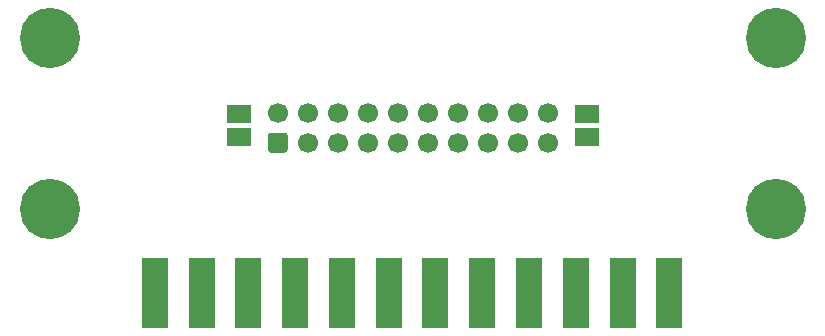
<source format=gbs>
%TF.GenerationSoftware,KiCad,Pcbnew,(5.1.8)-1*%
%TF.CreationDate,2021-04-08T16:26:31+02:00*%
%TF.ProjectId,C64 SpeedDOS Adapter,43363420-5370-4656-9564-444f53204164,rev?*%
%TF.SameCoordinates,Original*%
%TF.FileFunction,Soldermask,Bot*%
%TF.FilePolarity,Negative*%
%FSLAX46Y46*%
G04 Gerber Fmt 4.6, Leading zero omitted, Abs format (unit mm)*
G04 Created by KiCad (PCBNEW (5.1.8)-1) date 2021-04-08 16:26:31*
%MOMM*%
%LPD*%
G01*
G04 APERTURE LIST*
%ADD10R,2.200000X6.000000*%
%ADD11C,1.700000*%
%ADD12C,5.100000*%
%ADD13R,2.000000X1.500000*%
G04 APERTURE END LIST*
D10*
%TO.C,J1*%
X129795000Y-105410000D03*
X133755000Y-105410000D03*
X137715000Y-105410000D03*
X141675000Y-105410000D03*
X145635000Y-105410000D03*
X149595000Y-105410000D03*
X153555000Y-105410000D03*
X157515000Y-105410000D03*
X161475000Y-105410000D03*
X165435000Y-105410000D03*
X169395000Y-105410000D03*
X173355000Y-105410000D03*
%TD*%
D11*
%TO.C,J2*%
X140208000Y-90170000D03*
X142748000Y-90170000D03*
X145288000Y-90170000D03*
X147828000Y-90170000D03*
X150368000Y-90170000D03*
X152908000Y-90170000D03*
X155448000Y-90170000D03*
X157988000Y-90170000D03*
X160528000Y-90170000D03*
X163068000Y-92710000D03*
X157988000Y-92710000D03*
X152908000Y-92710000D03*
X147828000Y-92710000D03*
X142748000Y-92710000D03*
X163068000Y-90170000D03*
X160528000Y-92710000D03*
X155448000Y-92710000D03*
X150368000Y-92710000D03*
X145288000Y-92710000D03*
G36*
G01*
X140808000Y-93560000D02*
X139608000Y-93560000D01*
G75*
G02*
X139358000Y-93310000I0J250000D01*
G01*
X139358000Y-92110000D01*
G75*
G02*
X139608000Y-91860000I250000J0D01*
G01*
X140808000Y-91860000D01*
G75*
G02*
X141058000Y-92110000I0J-250000D01*
G01*
X141058000Y-93310000D01*
G75*
G02*
X140808000Y-93560000I-250000J0D01*
G01*
G37*
%TD*%
D12*
%TO.C,M1*%
X120904000Y-98298000D03*
%TD*%
%TO.C,M2*%
X182372000Y-98298000D03*
%TD*%
%TO.C,M3*%
X182372000Y-83820000D03*
%TD*%
%TO.C,M4*%
X120904000Y-83820000D03*
%TD*%
D13*
%TO.C,JP1*%
X136906000Y-92202000D03*
X136906000Y-90297000D03*
%TD*%
%TO.C,JP2*%
X166370000Y-92202000D03*
X166370000Y-90297000D03*
%TD*%
M02*

</source>
